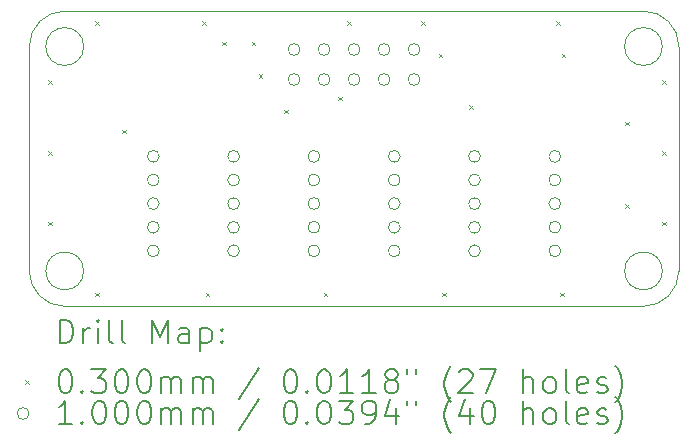
<source format=gbr>
%TF.GenerationSoftware,KiCad,Pcbnew,8.0.5*%
%TF.CreationDate,2025-06-04T17:28:25+09:00*%
%TF.ProjectId,e-con_hub,652d636f-6e5f-4687-9562-2e6b69636164,rev?*%
%TF.SameCoordinates,Original*%
%TF.FileFunction,Drillmap*%
%TF.FilePolarity,Positive*%
%FSLAX45Y45*%
G04 Gerber Fmt 4.5, Leading zero omitted, Abs format (unit mm)*
G04 Created by KiCad (PCBNEW 8.0.5) date 2025-06-04 17:28:25*
%MOMM*%
%LPD*%
G01*
G04 APERTURE LIST*
%ADD10C,0.050000*%
%ADD11C,0.200000*%
%ADD12C,0.100000*%
G04 APERTURE END LIST*
D10*
X18200000Y-10500000D02*
G75*
G02*
X17900000Y-10800000I-300000J0D01*
G01*
X17900000Y-8300000D02*
G75*
G02*
X18200000Y-8600000I0J-300000D01*
G01*
X12700000Y-8600000D02*
G75*
G02*
X13000000Y-8300000I300000J0D01*
G01*
X13000000Y-10800000D02*
G75*
G02*
X12700000Y-10500000I0J300000D01*
G01*
X17900000Y-10800000D02*
X13000000Y-10800000D01*
X18200000Y-8600000D02*
X18200000Y-10500000D01*
X13160000Y-8600000D02*
G75*
G02*
X12840000Y-8600000I-160000J0D01*
G01*
X12840000Y-8600000D02*
G75*
G02*
X13160000Y-8600000I160000J0D01*
G01*
X12700000Y-10500000D02*
X12700000Y-8600000D01*
X13000000Y-8300000D02*
X17900000Y-8300000D01*
X13160000Y-10500000D02*
G75*
G02*
X12840000Y-10500000I-160000J0D01*
G01*
X12840000Y-10500000D02*
G75*
G02*
X13160000Y-10500000I160000J0D01*
G01*
X18060000Y-8600000D02*
G75*
G02*
X17740000Y-8600000I-160000J0D01*
G01*
X17740000Y-8600000D02*
G75*
G02*
X18060000Y-8600000I160000J0D01*
G01*
X18060000Y-10500000D02*
G75*
G02*
X17740000Y-10500000I-160000J0D01*
G01*
X17740000Y-10500000D02*
G75*
G02*
X18060000Y-10500000I160000J0D01*
G01*
D11*
D12*
X12860000Y-8885000D02*
X12890000Y-8915000D01*
X12890000Y-8885000D02*
X12860000Y-8915000D01*
X12860000Y-9485000D02*
X12890000Y-9515000D01*
X12890000Y-9485000D02*
X12860000Y-9515000D01*
X12860000Y-10085000D02*
X12890000Y-10115000D01*
X12890000Y-10085000D02*
X12860000Y-10115000D01*
X13260000Y-8385000D02*
X13290000Y-8415000D01*
X13290000Y-8385000D02*
X13260000Y-8415000D01*
X13260000Y-10685000D02*
X13290000Y-10715000D01*
X13290000Y-10685000D02*
X13260000Y-10715000D01*
X13485000Y-9305000D02*
X13515000Y-9335000D01*
X13515000Y-9305000D02*
X13485000Y-9335000D01*
X14165000Y-8385000D02*
X14195000Y-8415000D01*
X14195000Y-8385000D02*
X14165000Y-8415000D01*
X14195000Y-10685000D02*
X14225000Y-10715000D01*
X14225000Y-10685000D02*
X14195000Y-10715000D01*
X14335000Y-8560000D02*
X14365000Y-8590000D01*
X14365000Y-8560000D02*
X14335000Y-8590000D01*
X14585000Y-8560000D02*
X14615000Y-8590000D01*
X14615000Y-8560000D02*
X14585000Y-8590000D01*
X14643000Y-8835000D02*
X14673000Y-8865000D01*
X14673000Y-8835000D02*
X14643000Y-8865000D01*
X14860000Y-9135000D02*
X14890000Y-9165000D01*
X14890000Y-9135000D02*
X14860000Y-9165000D01*
X15195000Y-10685000D02*
X15225000Y-10715000D01*
X15225000Y-10685000D02*
X15195000Y-10715000D01*
X15315000Y-9025000D02*
X15345000Y-9055000D01*
X15345000Y-9025000D02*
X15315000Y-9055000D01*
X15393000Y-8385000D02*
X15423000Y-8415000D01*
X15423000Y-8385000D02*
X15393000Y-8415000D01*
X16018000Y-8385000D02*
X16048000Y-8415000D01*
X16048000Y-8385000D02*
X16018000Y-8415000D01*
X16168000Y-8660000D02*
X16198000Y-8690000D01*
X16198000Y-8660000D02*
X16168000Y-8690000D01*
X16195000Y-10685000D02*
X16225000Y-10715000D01*
X16225000Y-10685000D02*
X16195000Y-10715000D01*
X16425000Y-9095000D02*
X16455000Y-9125000D01*
X16455000Y-9095000D02*
X16425000Y-9125000D01*
X17160000Y-8385000D02*
X17190000Y-8415000D01*
X17190000Y-8385000D02*
X17160000Y-8415000D01*
X17195000Y-10685000D02*
X17225000Y-10715000D01*
X17225000Y-10685000D02*
X17195000Y-10715000D01*
X17210000Y-8660000D02*
X17240000Y-8690000D01*
X17240000Y-8660000D02*
X17210000Y-8690000D01*
X17747132Y-9235000D02*
X17777132Y-9265000D01*
X17777132Y-9235000D02*
X17747132Y-9265000D01*
X17747132Y-9935000D02*
X17777132Y-9965000D01*
X17777132Y-9935000D02*
X17747132Y-9965000D01*
X18060000Y-8885000D02*
X18090000Y-8915000D01*
X18090000Y-8885000D02*
X18060000Y-8915000D01*
X18060000Y-9485000D02*
X18090000Y-9515000D01*
X18090000Y-9485000D02*
X18060000Y-9515000D01*
X18060000Y-10085000D02*
X18090000Y-10115000D01*
X18090000Y-10085000D02*
X18060000Y-10115000D01*
X13800000Y-9530000D02*
G75*
G02*
X13700000Y-9530000I-50000J0D01*
G01*
X13700000Y-9530000D02*
G75*
G02*
X13800000Y-9530000I50000J0D01*
G01*
X13800000Y-9730000D02*
G75*
G02*
X13700000Y-9730000I-50000J0D01*
G01*
X13700000Y-9730000D02*
G75*
G02*
X13800000Y-9730000I50000J0D01*
G01*
X13800000Y-9930000D02*
G75*
G02*
X13700000Y-9930000I-50000J0D01*
G01*
X13700000Y-9930000D02*
G75*
G02*
X13800000Y-9930000I50000J0D01*
G01*
X13800000Y-10130000D02*
G75*
G02*
X13700000Y-10130000I-50000J0D01*
G01*
X13700000Y-10130000D02*
G75*
G02*
X13800000Y-10130000I50000J0D01*
G01*
X13800000Y-10330000D02*
G75*
G02*
X13700000Y-10330000I-50000J0D01*
G01*
X13700000Y-10330000D02*
G75*
G02*
X13800000Y-10330000I50000J0D01*
G01*
X14480000Y-9530000D02*
G75*
G02*
X14380000Y-9530000I-50000J0D01*
G01*
X14380000Y-9530000D02*
G75*
G02*
X14480000Y-9530000I50000J0D01*
G01*
X14480000Y-9730000D02*
G75*
G02*
X14380000Y-9730000I-50000J0D01*
G01*
X14380000Y-9730000D02*
G75*
G02*
X14480000Y-9730000I50000J0D01*
G01*
X14480000Y-9930000D02*
G75*
G02*
X14380000Y-9930000I-50000J0D01*
G01*
X14380000Y-9930000D02*
G75*
G02*
X14480000Y-9930000I50000J0D01*
G01*
X14480000Y-10130000D02*
G75*
G02*
X14380000Y-10130000I-50000J0D01*
G01*
X14380000Y-10130000D02*
G75*
G02*
X14480000Y-10130000I50000J0D01*
G01*
X14480000Y-10330000D02*
G75*
G02*
X14380000Y-10330000I-50000J0D01*
G01*
X14380000Y-10330000D02*
G75*
G02*
X14480000Y-10330000I50000J0D01*
G01*
X14992000Y-8625000D02*
G75*
G02*
X14892000Y-8625000I-50000J0D01*
G01*
X14892000Y-8625000D02*
G75*
G02*
X14992000Y-8625000I50000J0D01*
G01*
X14992000Y-8879000D02*
G75*
G02*
X14892000Y-8879000I-50000J0D01*
G01*
X14892000Y-8879000D02*
G75*
G02*
X14992000Y-8879000I50000J0D01*
G01*
X15160000Y-9530000D02*
G75*
G02*
X15060000Y-9530000I-50000J0D01*
G01*
X15060000Y-9530000D02*
G75*
G02*
X15160000Y-9530000I50000J0D01*
G01*
X15160000Y-9730000D02*
G75*
G02*
X15060000Y-9730000I-50000J0D01*
G01*
X15060000Y-9730000D02*
G75*
G02*
X15160000Y-9730000I50000J0D01*
G01*
X15160000Y-9930000D02*
G75*
G02*
X15060000Y-9930000I-50000J0D01*
G01*
X15060000Y-9930000D02*
G75*
G02*
X15160000Y-9930000I50000J0D01*
G01*
X15160000Y-10130000D02*
G75*
G02*
X15060000Y-10130000I-50000J0D01*
G01*
X15060000Y-10130000D02*
G75*
G02*
X15160000Y-10130000I50000J0D01*
G01*
X15160000Y-10330000D02*
G75*
G02*
X15060000Y-10330000I-50000J0D01*
G01*
X15060000Y-10330000D02*
G75*
G02*
X15160000Y-10330000I50000J0D01*
G01*
X15246000Y-8625000D02*
G75*
G02*
X15146000Y-8625000I-50000J0D01*
G01*
X15146000Y-8625000D02*
G75*
G02*
X15246000Y-8625000I50000J0D01*
G01*
X15246000Y-8879000D02*
G75*
G02*
X15146000Y-8879000I-50000J0D01*
G01*
X15146000Y-8879000D02*
G75*
G02*
X15246000Y-8879000I50000J0D01*
G01*
X15500000Y-8625000D02*
G75*
G02*
X15400000Y-8625000I-50000J0D01*
G01*
X15400000Y-8625000D02*
G75*
G02*
X15500000Y-8625000I50000J0D01*
G01*
X15500000Y-8879000D02*
G75*
G02*
X15400000Y-8879000I-50000J0D01*
G01*
X15400000Y-8879000D02*
G75*
G02*
X15500000Y-8879000I50000J0D01*
G01*
X15754000Y-8625000D02*
G75*
G02*
X15654000Y-8625000I-50000J0D01*
G01*
X15654000Y-8625000D02*
G75*
G02*
X15754000Y-8625000I50000J0D01*
G01*
X15754000Y-8879000D02*
G75*
G02*
X15654000Y-8879000I-50000J0D01*
G01*
X15654000Y-8879000D02*
G75*
G02*
X15754000Y-8879000I50000J0D01*
G01*
X15840000Y-9530000D02*
G75*
G02*
X15740000Y-9530000I-50000J0D01*
G01*
X15740000Y-9530000D02*
G75*
G02*
X15840000Y-9530000I50000J0D01*
G01*
X15840000Y-9730000D02*
G75*
G02*
X15740000Y-9730000I-50000J0D01*
G01*
X15740000Y-9730000D02*
G75*
G02*
X15840000Y-9730000I50000J0D01*
G01*
X15840000Y-9930000D02*
G75*
G02*
X15740000Y-9930000I-50000J0D01*
G01*
X15740000Y-9930000D02*
G75*
G02*
X15840000Y-9930000I50000J0D01*
G01*
X15840000Y-10130000D02*
G75*
G02*
X15740000Y-10130000I-50000J0D01*
G01*
X15740000Y-10130000D02*
G75*
G02*
X15840000Y-10130000I50000J0D01*
G01*
X15840000Y-10330000D02*
G75*
G02*
X15740000Y-10330000I-50000J0D01*
G01*
X15740000Y-10330000D02*
G75*
G02*
X15840000Y-10330000I50000J0D01*
G01*
X16008000Y-8625000D02*
G75*
G02*
X15908000Y-8625000I-50000J0D01*
G01*
X15908000Y-8625000D02*
G75*
G02*
X16008000Y-8625000I50000J0D01*
G01*
X16008000Y-8879000D02*
G75*
G02*
X15908000Y-8879000I-50000J0D01*
G01*
X15908000Y-8879000D02*
G75*
G02*
X16008000Y-8879000I50000J0D01*
G01*
X16520000Y-9530000D02*
G75*
G02*
X16420000Y-9530000I-50000J0D01*
G01*
X16420000Y-9530000D02*
G75*
G02*
X16520000Y-9530000I50000J0D01*
G01*
X16520000Y-9730000D02*
G75*
G02*
X16420000Y-9730000I-50000J0D01*
G01*
X16420000Y-9730000D02*
G75*
G02*
X16520000Y-9730000I50000J0D01*
G01*
X16520000Y-9930000D02*
G75*
G02*
X16420000Y-9930000I-50000J0D01*
G01*
X16420000Y-9930000D02*
G75*
G02*
X16520000Y-9930000I50000J0D01*
G01*
X16520000Y-10130000D02*
G75*
G02*
X16420000Y-10130000I-50000J0D01*
G01*
X16420000Y-10130000D02*
G75*
G02*
X16520000Y-10130000I50000J0D01*
G01*
X16520000Y-10330000D02*
G75*
G02*
X16420000Y-10330000I-50000J0D01*
G01*
X16420000Y-10330000D02*
G75*
G02*
X16520000Y-10330000I50000J0D01*
G01*
X17200000Y-9530000D02*
G75*
G02*
X17100000Y-9530000I-50000J0D01*
G01*
X17100000Y-9530000D02*
G75*
G02*
X17200000Y-9530000I50000J0D01*
G01*
X17200000Y-9730000D02*
G75*
G02*
X17100000Y-9730000I-50000J0D01*
G01*
X17100000Y-9730000D02*
G75*
G02*
X17200000Y-9730000I50000J0D01*
G01*
X17200000Y-9930000D02*
G75*
G02*
X17100000Y-9930000I-50000J0D01*
G01*
X17100000Y-9930000D02*
G75*
G02*
X17200000Y-9930000I50000J0D01*
G01*
X17200000Y-10130000D02*
G75*
G02*
X17100000Y-10130000I-50000J0D01*
G01*
X17100000Y-10130000D02*
G75*
G02*
X17200000Y-10130000I50000J0D01*
G01*
X17200000Y-10330000D02*
G75*
G02*
X17100000Y-10330000I-50000J0D01*
G01*
X17100000Y-10330000D02*
G75*
G02*
X17200000Y-10330000I50000J0D01*
G01*
D11*
X12958277Y-11113984D02*
X12958277Y-10913984D01*
X12958277Y-10913984D02*
X13005896Y-10913984D01*
X13005896Y-10913984D02*
X13034467Y-10923508D01*
X13034467Y-10923508D02*
X13053515Y-10942555D01*
X13053515Y-10942555D02*
X13063039Y-10961603D01*
X13063039Y-10961603D02*
X13072562Y-10999698D01*
X13072562Y-10999698D02*
X13072562Y-11028270D01*
X13072562Y-11028270D02*
X13063039Y-11066365D01*
X13063039Y-11066365D02*
X13053515Y-11085412D01*
X13053515Y-11085412D02*
X13034467Y-11104460D01*
X13034467Y-11104460D02*
X13005896Y-11113984D01*
X13005896Y-11113984D02*
X12958277Y-11113984D01*
X13158277Y-11113984D02*
X13158277Y-10980650D01*
X13158277Y-11018746D02*
X13167801Y-10999698D01*
X13167801Y-10999698D02*
X13177324Y-10990174D01*
X13177324Y-10990174D02*
X13196372Y-10980650D01*
X13196372Y-10980650D02*
X13215420Y-10980650D01*
X13282086Y-11113984D02*
X13282086Y-10980650D01*
X13282086Y-10913984D02*
X13272562Y-10923508D01*
X13272562Y-10923508D02*
X13282086Y-10933031D01*
X13282086Y-10933031D02*
X13291610Y-10923508D01*
X13291610Y-10923508D02*
X13282086Y-10913984D01*
X13282086Y-10913984D02*
X13282086Y-10933031D01*
X13405896Y-11113984D02*
X13386848Y-11104460D01*
X13386848Y-11104460D02*
X13377324Y-11085412D01*
X13377324Y-11085412D02*
X13377324Y-10913984D01*
X13510658Y-11113984D02*
X13491610Y-11104460D01*
X13491610Y-11104460D02*
X13482086Y-11085412D01*
X13482086Y-11085412D02*
X13482086Y-10913984D01*
X13739229Y-11113984D02*
X13739229Y-10913984D01*
X13739229Y-10913984D02*
X13805896Y-11056841D01*
X13805896Y-11056841D02*
X13872562Y-10913984D01*
X13872562Y-10913984D02*
X13872562Y-11113984D01*
X14053515Y-11113984D02*
X14053515Y-11009222D01*
X14053515Y-11009222D02*
X14043991Y-10990174D01*
X14043991Y-10990174D02*
X14024943Y-10980650D01*
X14024943Y-10980650D02*
X13986848Y-10980650D01*
X13986848Y-10980650D02*
X13967801Y-10990174D01*
X14053515Y-11104460D02*
X14034467Y-11113984D01*
X14034467Y-11113984D02*
X13986848Y-11113984D01*
X13986848Y-11113984D02*
X13967801Y-11104460D01*
X13967801Y-11104460D02*
X13958277Y-11085412D01*
X13958277Y-11085412D02*
X13958277Y-11066365D01*
X13958277Y-11066365D02*
X13967801Y-11047317D01*
X13967801Y-11047317D02*
X13986848Y-11037793D01*
X13986848Y-11037793D02*
X14034467Y-11037793D01*
X14034467Y-11037793D02*
X14053515Y-11028270D01*
X14148753Y-10980650D02*
X14148753Y-11180650D01*
X14148753Y-10990174D02*
X14167801Y-10980650D01*
X14167801Y-10980650D02*
X14205896Y-10980650D01*
X14205896Y-10980650D02*
X14224943Y-10990174D01*
X14224943Y-10990174D02*
X14234467Y-10999698D01*
X14234467Y-10999698D02*
X14243991Y-11018746D01*
X14243991Y-11018746D02*
X14243991Y-11075889D01*
X14243991Y-11075889D02*
X14234467Y-11094936D01*
X14234467Y-11094936D02*
X14224943Y-11104460D01*
X14224943Y-11104460D02*
X14205896Y-11113984D01*
X14205896Y-11113984D02*
X14167801Y-11113984D01*
X14167801Y-11113984D02*
X14148753Y-11104460D01*
X14329705Y-11094936D02*
X14339229Y-11104460D01*
X14339229Y-11104460D02*
X14329705Y-11113984D01*
X14329705Y-11113984D02*
X14320182Y-11104460D01*
X14320182Y-11104460D02*
X14329705Y-11094936D01*
X14329705Y-11094936D02*
X14329705Y-11113984D01*
X14329705Y-10990174D02*
X14339229Y-10999698D01*
X14339229Y-10999698D02*
X14329705Y-11009222D01*
X14329705Y-11009222D02*
X14320182Y-10999698D01*
X14320182Y-10999698D02*
X14329705Y-10990174D01*
X14329705Y-10990174D02*
X14329705Y-11009222D01*
D12*
X12667500Y-11427500D02*
X12697500Y-11457500D01*
X12697500Y-11427500D02*
X12667500Y-11457500D01*
D11*
X12996372Y-11333984D02*
X13015420Y-11333984D01*
X13015420Y-11333984D02*
X13034467Y-11343508D01*
X13034467Y-11343508D02*
X13043991Y-11353031D01*
X13043991Y-11353031D02*
X13053515Y-11372079D01*
X13053515Y-11372079D02*
X13063039Y-11410174D01*
X13063039Y-11410174D02*
X13063039Y-11457793D01*
X13063039Y-11457793D02*
X13053515Y-11495888D01*
X13053515Y-11495888D02*
X13043991Y-11514936D01*
X13043991Y-11514936D02*
X13034467Y-11524460D01*
X13034467Y-11524460D02*
X13015420Y-11533984D01*
X13015420Y-11533984D02*
X12996372Y-11533984D01*
X12996372Y-11533984D02*
X12977324Y-11524460D01*
X12977324Y-11524460D02*
X12967801Y-11514936D01*
X12967801Y-11514936D02*
X12958277Y-11495888D01*
X12958277Y-11495888D02*
X12948753Y-11457793D01*
X12948753Y-11457793D02*
X12948753Y-11410174D01*
X12948753Y-11410174D02*
X12958277Y-11372079D01*
X12958277Y-11372079D02*
X12967801Y-11353031D01*
X12967801Y-11353031D02*
X12977324Y-11343508D01*
X12977324Y-11343508D02*
X12996372Y-11333984D01*
X13148753Y-11514936D02*
X13158277Y-11524460D01*
X13158277Y-11524460D02*
X13148753Y-11533984D01*
X13148753Y-11533984D02*
X13139229Y-11524460D01*
X13139229Y-11524460D02*
X13148753Y-11514936D01*
X13148753Y-11514936D02*
X13148753Y-11533984D01*
X13224943Y-11333984D02*
X13348753Y-11333984D01*
X13348753Y-11333984D02*
X13282086Y-11410174D01*
X13282086Y-11410174D02*
X13310658Y-11410174D01*
X13310658Y-11410174D02*
X13329705Y-11419698D01*
X13329705Y-11419698D02*
X13339229Y-11429222D01*
X13339229Y-11429222D02*
X13348753Y-11448269D01*
X13348753Y-11448269D02*
X13348753Y-11495888D01*
X13348753Y-11495888D02*
X13339229Y-11514936D01*
X13339229Y-11514936D02*
X13329705Y-11524460D01*
X13329705Y-11524460D02*
X13310658Y-11533984D01*
X13310658Y-11533984D02*
X13253515Y-11533984D01*
X13253515Y-11533984D02*
X13234467Y-11524460D01*
X13234467Y-11524460D02*
X13224943Y-11514936D01*
X13472562Y-11333984D02*
X13491610Y-11333984D01*
X13491610Y-11333984D02*
X13510658Y-11343508D01*
X13510658Y-11343508D02*
X13520182Y-11353031D01*
X13520182Y-11353031D02*
X13529705Y-11372079D01*
X13529705Y-11372079D02*
X13539229Y-11410174D01*
X13539229Y-11410174D02*
X13539229Y-11457793D01*
X13539229Y-11457793D02*
X13529705Y-11495888D01*
X13529705Y-11495888D02*
X13520182Y-11514936D01*
X13520182Y-11514936D02*
X13510658Y-11524460D01*
X13510658Y-11524460D02*
X13491610Y-11533984D01*
X13491610Y-11533984D02*
X13472562Y-11533984D01*
X13472562Y-11533984D02*
X13453515Y-11524460D01*
X13453515Y-11524460D02*
X13443991Y-11514936D01*
X13443991Y-11514936D02*
X13434467Y-11495888D01*
X13434467Y-11495888D02*
X13424943Y-11457793D01*
X13424943Y-11457793D02*
X13424943Y-11410174D01*
X13424943Y-11410174D02*
X13434467Y-11372079D01*
X13434467Y-11372079D02*
X13443991Y-11353031D01*
X13443991Y-11353031D02*
X13453515Y-11343508D01*
X13453515Y-11343508D02*
X13472562Y-11333984D01*
X13663039Y-11333984D02*
X13682086Y-11333984D01*
X13682086Y-11333984D02*
X13701134Y-11343508D01*
X13701134Y-11343508D02*
X13710658Y-11353031D01*
X13710658Y-11353031D02*
X13720182Y-11372079D01*
X13720182Y-11372079D02*
X13729705Y-11410174D01*
X13729705Y-11410174D02*
X13729705Y-11457793D01*
X13729705Y-11457793D02*
X13720182Y-11495888D01*
X13720182Y-11495888D02*
X13710658Y-11514936D01*
X13710658Y-11514936D02*
X13701134Y-11524460D01*
X13701134Y-11524460D02*
X13682086Y-11533984D01*
X13682086Y-11533984D02*
X13663039Y-11533984D01*
X13663039Y-11533984D02*
X13643991Y-11524460D01*
X13643991Y-11524460D02*
X13634467Y-11514936D01*
X13634467Y-11514936D02*
X13624943Y-11495888D01*
X13624943Y-11495888D02*
X13615420Y-11457793D01*
X13615420Y-11457793D02*
X13615420Y-11410174D01*
X13615420Y-11410174D02*
X13624943Y-11372079D01*
X13624943Y-11372079D02*
X13634467Y-11353031D01*
X13634467Y-11353031D02*
X13643991Y-11343508D01*
X13643991Y-11343508D02*
X13663039Y-11333984D01*
X13815420Y-11533984D02*
X13815420Y-11400650D01*
X13815420Y-11419698D02*
X13824943Y-11410174D01*
X13824943Y-11410174D02*
X13843991Y-11400650D01*
X13843991Y-11400650D02*
X13872563Y-11400650D01*
X13872563Y-11400650D02*
X13891610Y-11410174D01*
X13891610Y-11410174D02*
X13901134Y-11429222D01*
X13901134Y-11429222D02*
X13901134Y-11533984D01*
X13901134Y-11429222D02*
X13910658Y-11410174D01*
X13910658Y-11410174D02*
X13929705Y-11400650D01*
X13929705Y-11400650D02*
X13958277Y-11400650D01*
X13958277Y-11400650D02*
X13977324Y-11410174D01*
X13977324Y-11410174D02*
X13986848Y-11429222D01*
X13986848Y-11429222D02*
X13986848Y-11533984D01*
X14082086Y-11533984D02*
X14082086Y-11400650D01*
X14082086Y-11419698D02*
X14091610Y-11410174D01*
X14091610Y-11410174D02*
X14110658Y-11400650D01*
X14110658Y-11400650D02*
X14139229Y-11400650D01*
X14139229Y-11400650D02*
X14158277Y-11410174D01*
X14158277Y-11410174D02*
X14167801Y-11429222D01*
X14167801Y-11429222D02*
X14167801Y-11533984D01*
X14167801Y-11429222D02*
X14177324Y-11410174D01*
X14177324Y-11410174D02*
X14196372Y-11400650D01*
X14196372Y-11400650D02*
X14224943Y-11400650D01*
X14224943Y-11400650D02*
X14243991Y-11410174D01*
X14243991Y-11410174D02*
X14253515Y-11429222D01*
X14253515Y-11429222D02*
X14253515Y-11533984D01*
X14643991Y-11324460D02*
X14472563Y-11581603D01*
X14901134Y-11333984D02*
X14920182Y-11333984D01*
X14920182Y-11333984D02*
X14939229Y-11343508D01*
X14939229Y-11343508D02*
X14948753Y-11353031D01*
X14948753Y-11353031D02*
X14958277Y-11372079D01*
X14958277Y-11372079D02*
X14967801Y-11410174D01*
X14967801Y-11410174D02*
X14967801Y-11457793D01*
X14967801Y-11457793D02*
X14958277Y-11495888D01*
X14958277Y-11495888D02*
X14948753Y-11514936D01*
X14948753Y-11514936D02*
X14939229Y-11524460D01*
X14939229Y-11524460D02*
X14920182Y-11533984D01*
X14920182Y-11533984D02*
X14901134Y-11533984D01*
X14901134Y-11533984D02*
X14882086Y-11524460D01*
X14882086Y-11524460D02*
X14872563Y-11514936D01*
X14872563Y-11514936D02*
X14863039Y-11495888D01*
X14863039Y-11495888D02*
X14853515Y-11457793D01*
X14853515Y-11457793D02*
X14853515Y-11410174D01*
X14853515Y-11410174D02*
X14863039Y-11372079D01*
X14863039Y-11372079D02*
X14872563Y-11353031D01*
X14872563Y-11353031D02*
X14882086Y-11343508D01*
X14882086Y-11343508D02*
X14901134Y-11333984D01*
X15053515Y-11514936D02*
X15063039Y-11524460D01*
X15063039Y-11524460D02*
X15053515Y-11533984D01*
X15053515Y-11533984D02*
X15043991Y-11524460D01*
X15043991Y-11524460D02*
X15053515Y-11514936D01*
X15053515Y-11514936D02*
X15053515Y-11533984D01*
X15186848Y-11333984D02*
X15205896Y-11333984D01*
X15205896Y-11333984D02*
X15224944Y-11343508D01*
X15224944Y-11343508D02*
X15234467Y-11353031D01*
X15234467Y-11353031D02*
X15243991Y-11372079D01*
X15243991Y-11372079D02*
X15253515Y-11410174D01*
X15253515Y-11410174D02*
X15253515Y-11457793D01*
X15253515Y-11457793D02*
X15243991Y-11495888D01*
X15243991Y-11495888D02*
X15234467Y-11514936D01*
X15234467Y-11514936D02*
X15224944Y-11524460D01*
X15224944Y-11524460D02*
X15205896Y-11533984D01*
X15205896Y-11533984D02*
X15186848Y-11533984D01*
X15186848Y-11533984D02*
X15167801Y-11524460D01*
X15167801Y-11524460D02*
X15158277Y-11514936D01*
X15158277Y-11514936D02*
X15148753Y-11495888D01*
X15148753Y-11495888D02*
X15139229Y-11457793D01*
X15139229Y-11457793D02*
X15139229Y-11410174D01*
X15139229Y-11410174D02*
X15148753Y-11372079D01*
X15148753Y-11372079D02*
X15158277Y-11353031D01*
X15158277Y-11353031D02*
X15167801Y-11343508D01*
X15167801Y-11343508D02*
X15186848Y-11333984D01*
X15443991Y-11533984D02*
X15329706Y-11533984D01*
X15386848Y-11533984D02*
X15386848Y-11333984D01*
X15386848Y-11333984D02*
X15367801Y-11362555D01*
X15367801Y-11362555D02*
X15348753Y-11381603D01*
X15348753Y-11381603D02*
X15329706Y-11391127D01*
X15634467Y-11533984D02*
X15520182Y-11533984D01*
X15577325Y-11533984D02*
X15577325Y-11333984D01*
X15577325Y-11333984D02*
X15558277Y-11362555D01*
X15558277Y-11362555D02*
X15539229Y-11381603D01*
X15539229Y-11381603D02*
X15520182Y-11391127D01*
X15748753Y-11419698D02*
X15729706Y-11410174D01*
X15729706Y-11410174D02*
X15720182Y-11400650D01*
X15720182Y-11400650D02*
X15710658Y-11381603D01*
X15710658Y-11381603D02*
X15710658Y-11372079D01*
X15710658Y-11372079D02*
X15720182Y-11353031D01*
X15720182Y-11353031D02*
X15729706Y-11343508D01*
X15729706Y-11343508D02*
X15748753Y-11333984D01*
X15748753Y-11333984D02*
X15786848Y-11333984D01*
X15786848Y-11333984D02*
X15805896Y-11343508D01*
X15805896Y-11343508D02*
X15815420Y-11353031D01*
X15815420Y-11353031D02*
X15824944Y-11372079D01*
X15824944Y-11372079D02*
X15824944Y-11381603D01*
X15824944Y-11381603D02*
X15815420Y-11400650D01*
X15815420Y-11400650D02*
X15805896Y-11410174D01*
X15805896Y-11410174D02*
X15786848Y-11419698D01*
X15786848Y-11419698D02*
X15748753Y-11419698D01*
X15748753Y-11419698D02*
X15729706Y-11429222D01*
X15729706Y-11429222D02*
X15720182Y-11438746D01*
X15720182Y-11438746D02*
X15710658Y-11457793D01*
X15710658Y-11457793D02*
X15710658Y-11495888D01*
X15710658Y-11495888D02*
X15720182Y-11514936D01*
X15720182Y-11514936D02*
X15729706Y-11524460D01*
X15729706Y-11524460D02*
X15748753Y-11533984D01*
X15748753Y-11533984D02*
X15786848Y-11533984D01*
X15786848Y-11533984D02*
X15805896Y-11524460D01*
X15805896Y-11524460D02*
X15815420Y-11514936D01*
X15815420Y-11514936D02*
X15824944Y-11495888D01*
X15824944Y-11495888D02*
X15824944Y-11457793D01*
X15824944Y-11457793D02*
X15815420Y-11438746D01*
X15815420Y-11438746D02*
X15805896Y-11429222D01*
X15805896Y-11429222D02*
X15786848Y-11419698D01*
X15901134Y-11333984D02*
X15901134Y-11372079D01*
X15977325Y-11333984D02*
X15977325Y-11372079D01*
X16272563Y-11610174D02*
X16263039Y-11600650D01*
X16263039Y-11600650D02*
X16243991Y-11572079D01*
X16243991Y-11572079D02*
X16234468Y-11553031D01*
X16234468Y-11553031D02*
X16224944Y-11524460D01*
X16224944Y-11524460D02*
X16215420Y-11476841D01*
X16215420Y-11476841D02*
X16215420Y-11438746D01*
X16215420Y-11438746D02*
X16224944Y-11391127D01*
X16224944Y-11391127D02*
X16234468Y-11362555D01*
X16234468Y-11362555D02*
X16243991Y-11343508D01*
X16243991Y-11343508D02*
X16263039Y-11314936D01*
X16263039Y-11314936D02*
X16272563Y-11305412D01*
X16339229Y-11353031D02*
X16348753Y-11343508D01*
X16348753Y-11343508D02*
X16367801Y-11333984D01*
X16367801Y-11333984D02*
X16415420Y-11333984D01*
X16415420Y-11333984D02*
X16434468Y-11343508D01*
X16434468Y-11343508D02*
X16443991Y-11353031D01*
X16443991Y-11353031D02*
X16453515Y-11372079D01*
X16453515Y-11372079D02*
X16453515Y-11391127D01*
X16453515Y-11391127D02*
X16443991Y-11419698D01*
X16443991Y-11419698D02*
X16329706Y-11533984D01*
X16329706Y-11533984D02*
X16453515Y-11533984D01*
X16520182Y-11333984D02*
X16653515Y-11333984D01*
X16653515Y-11333984D02*
X16567801Y-11533984D01*
X16882087Y-11533984D02*
X16882087Y-11333984D01*
X16967801Y-11533984D02*
X16967801Y-11429222D01*
X16967801Y-11429222D02*
X16958277Y-11410174D01*
X16958277Y-11410174D02*
X16939230Y-11400650D01*
X16939230Y-11400650D02*
X16910658Y-11400650D01*
X16910658Y-11400650D02*
X16891611Y-11410174D01*
X16891611Y-11410174D02*
X16882087Y-11419698D01*
X17091611Y-11533984D02*
X17072563Y-11524460D01*
X17072563Y-11524460D02*
X17063039Y-11514936D01*
X17063039Y-11514936D02*
X17053515Y-11495888D01*
X17053515Y-11495888D02*
X17053515Y-11438746D01*
X17053515Y-11438746D02*
X17063039Y-11419698D01*
X17063039Y-11419698D02*
X17072563Y-11410174D01*
X17072563Y-11410174D02*
X17091611Y-11400650D01*
X17091611Y-11400650D02*
X17120182Y-11400650D01*
X17120182Y-11400650D02*
X17139230Y-11410174D01*
X17139230Y-11410174D02*
X17148753Y-11419698D01*
X17148753Y-11419698D02*
X17158277Y-11438746D01*
X17158277Y-11438746D02*
X17158277Y-11495888D01*
X17158277Y-11495888D02*
X17148753Y-11514936D01*
X17148753Y-11514936D02*
X17139230Y-11524460D01*
X17139230Y-11524460D02*
X17120182Y-11533984D01*
X17120182Y-11533984D02*
X17091611Y-11533984D01*
X17272563Y-11533984D02*
X17253515Y-11524460D01*
X17253515Y-11524460D02*
X17243992Y-11505412D01*
X17243992Y-11505412D02*
X17243992Y-11333984D01*
X17424944Y-11524460D02*
X17405896Y-11533984D01*
X17405896Y-11533984D02*
X17367801Y-11533984D01*
X17367801Y-11533984D02*
X17348753Y-11524460D01*
X17348753Y-11524460D02*
X17339230Y-11505412D01*
X17339230Y-11505412D02*
X17339230Y-11429222D01*
X17339230Y-11429222D02*
X17348753Y-11410174D01*
X17348753Y-11410174D02*
X17367801Y-11400650D01*
X17367801Y-11400650D02*
X17405896Y-11400650D01*
X17405896Y-11400650D02*
X17424944Y-11410174D01*
X17424944Y-11410174D02*
X17434468Y-11429222D01*
X17434468Y-11429222D02*
X17434468Y-11448269D01*
X17434468Y-11448269D02*
X17339230Y-11467317D01*
X17510658Y-11524460D02*
X17529706Y-11533984D01*
X17529706Y-11533984D02*
X17567801Y-11533984D01*
X17567801Y-11533984D02*
X17586849Y-11524460D01*
X17586849Y-11524460D02*
X17596373Y-11505412D01*
X17596373Y-11505412D02*
X17596373Y-11495888D01*
X17596373Y-11495888D02*
X17586849Y-11476841D01*
X17586849Y-11476841D02*
X17567801Y-11467317D01*
X17567801Y-11467317D02*
X17539230Y-11467317D01*
X17539230Y-11467317D02*
X17520182Y-11457793D01*
X17520182Y-11457793D02*
X17510658Y-11438746D01*
X17510658Y-11438746D02*
X17510658Y-11429222D01*
X17510658Y-11429222D02*
X17520182Y-11410174D01*
X17520182Y-11410174D02*
X17539230Y-11400650D01*
X17539230Y-11400650D02*
X17567801Y-11400650D01*
X17567801Y-11400650D02*
X17586849Y-11410174D01*
X17663039Y-11610174D02*
X17672563Y-11600650D01*
X17672563Y-11600650D02*
X17691611Y-11572079D01*
X17691611Y-11572079D02*
X17701134Y-11553031D01*
X17701134Y-11553031D02*
X17710658Y-11524460D01*
X17710658Y-11524460D02*
X17720182Y-11476841D01*
X17720182Y-11476841D02*
X17720182Y-11438746D01*
X17720182Y-11438746D02*
X17710658Y-11391127D01*
X17710658Y-11391127D02*
X17701134Y-11362555D01*
X17701134Y-11362555D02*
X17691611Y-11343508D01*
X17691611Y-11343508D02*
X17672563Y-11314936D01*
X17672563Y-11314936D02*
X17663039Y-11305412D01*
D12*
X12697500Y-11706500D02*
G75*
G02*
X12597500Y-11706500I-50000J0D01*
G01*
X12597500Y-11706500D02*
G75*
G02*
X12697500Y-11706500I50000J0D01*
G01*
D11*
X13063039Y-11797984D02*
X12948753Y-11797984D01*
X13005896Y-11797984D02*
X13005896Y-11597984D01*
X13005896Y-11597984D02*
X12986848Y-11626555D01*
X12986848Y-11626555D02*
X12967801Y-11645603D01*
X12967801Y-11645603D02*
X12948753Y-11655127D01*
X13148753Y-11778936D02*
X13158277Y-11788460D01*
X13158277Y-11788460D02*
X13148753Y-11797984D01*
X13148753Y-11797984D02*
X13139229Y-11788460D01*
X13139229Y-11788460D02*
X13148753Y-11778936D01*
X13148753Y-11778936D02*
X13148753Y-11797984D01*
X13282086Y-11597984D02*
X13301134Y-11597984D01*
X13301134Y-11597984D02*
X13320182Y-11607508D01*
X13320182Y-11607508D02*
X13329705Y-11617031D01*
X13329705Y-11617031D02*
X13339229Y-11636079D01*
X13339229Y-11636079D02*
X13348753Y-11674174D01*
X13348753Y-11674174D02*
X13348753Y-11721793D01*
X13348753Y-11721793D02*
X13339229Y-11759888D01*
X13339229Y-11759888D02*
X13329705Y-11778936D01*
X13329705Y-11778936D02*
X13320182Y-11788460D01*
X13320182Y-11788460D02*
X13301134Y-11797984D01*
X13301134Y-11797984D02*
X13282086Y-11797984D01*
X13282086Y-11797984D02*
X13263039Y-11788460D01*
X13263039Y-11788460D02*
X13253515Y-11778936D01*
X13253515Y-11778936D02*
X13243991Y-11759888D01*
X13243991Y-11759888D02*
X13234467Y-11721793D01*
X13234467Y-11721793D02*
X13234467Y-11674174D01*
X13234467Y-11674174D02*
X13243991Y-11636079D01*
X13243991Y-11636079D02*
X13253515Y-11617031D01*
X13253515Y-11617031D02*
X13263039Y-11607508D01*
X13263039Y-11607508D02*
X13282086Y-11597984D01*
X13472562Y-11597984D02*
X13491610Y-11597984D01*
X13491610Y-11597984D02*
X13510658Y-11607508D01*
X13510658Y-11607508D02*
X13520182Y-11617031D01*
X13520182Y-11617031D02*
X13529705Y-11636079D01*
X13529705Y-11636079D02*
X13539229Y-11674174D01*
X13539229Y-11674174D02*
X13539229Y-11721793D01*
X13539229Y-11721793D02*
X13529705Y-11759888D01*
X13529705Y-11759888D02*
X13520182Y-11778936D01*
X13520182Y-11778936D02*
X13510658Y-11788460D01*
X13510658Y-11788460D02*
X13491610Y-11797984D01*
X13491610Y-11797984D02*
X13472562Y-11797984D01*
X13472562Y-11797984D02*
X13453515Y-11788460D01*
X13453515Y-11788460D02*
X13443991Y-11778936D01*
X13443991Y-11778936D02*
X13434467Y-11759888D01*
X13434467Y-11759888D02*
X13424943Y-11721793D01*
X13424943Y-11721793D02*
X13424943Y-11674174D01*
X13424943Y-11674174D02*
X13434467Y-11636079D01*
X13434467Y-11636079D02*
X13443991Y-11617031D01*
X13443991Y-11617031D02*
X13453515Y-11607508D01*
X13453515Y-11607508D02*
X13472562Y-11597984D01*
X13663039Y-11597984D02*
X13682086Y-11597984D01*
X13682086Y-11597984D02*
X13701134Y-11607508D01*
X13701134Y-11607508D02*
X13710658Y-11617031D01*
X13710658Y-11617031D02*
X13720182Y-11636079D01*
X13720182Y-11636079D02*
X13729705Y-11674174D01*
X13729705Y-11674174D02*
X13729705Y-11721793D01*
X13729705Y-11721793D02*
X13720182Y-11759888D01*
X13720182Y-11759888D02*
X13710658Y-11778936D01*
X13710658Y-11778936D02*
X13701134Y-11788460D01*
X13701134Y-11788460D02*
X13682086Y-11797984D01*
X13682086Y-11797984D02*
X13663039Y-11797984D01*
X13663039Y-11797984D02*
X13643991Y-11788460D01*
X13643991Y-11788460D02*
X13634467Y-11778936D01*
X13634467Y-11778936D02*
X13624943Y-11759888D01*
X13624943Y-11759888D02*
X13615420Y-11721793D01*
X13615420Y-11721793D02*
X13615420Y-11674174D01*
X13615420Y-11674174D02*
X13624943Y-11636079D01*
X13624943Y-11636079D02*
X13634467Y-11617031D01*
X13634467Y-11617031D02*
X13643991Y-11607508D01*
X13643991Y-11607508D02*
X13663039Y-11597984D01*
X13815420Y-11797984D02*
X13815420Y-11664650D01*
X13815420Y-11683698D02*
X13824943Y-11674174D01*
X13824943Y-11674174D02*
X13843991Y-11664650D01*
X13843991Y-11664650D02*
X13872563Y-11664650D01*
X13872563Y-11664650D02*
X13891610Y-11674174D01*
X13891610Y-11674174D02*
X13901134Y-11693222D01*
X13901134Y-11693222D02*
X13901134Y-11797984D01*
X13901134Y-11693222D02*
X13910658Y-11674174D01*
X13910658Y-11674174D02*
X13929705Y-11664650D01*
X13929705Y-11664650D02*
X13958277Y-11664650D01*
X13958277Y-11664650D02*
X13977324Y-11674174D01*
X13977324Y-11674174D02*
X13986848Y-11693222D01*
X13986848Y-11693222D02*
X13986848Y-11797984D01*
X14082086Y-11797984D02*
X14082086Y-11664650D01*
X14082086Y-11683698D02*
X14091610Y-11674174D01*
X14091610Y-11674174D02*
X14110658Y-11664650D01*
X14110658Y-11664650D02*
X14139229Y-11664650D01*
X14139229Y-11664650D02*
X14158277Y-11674174D01*
X14158277Y-11674174D02*
X14167801Y-11693222D01*
X14167801Y-11693222D02*
X14167801Y-11797984D01*
X14167801Y-11693222D02*
X14177324Y-11674174D01*
X14177324Y-11674174D02*
X14196372Y-11664650D01*
X14196372Y-11664650D02*
X14224943Y-11664650D01*
X14224943Y-11664650D02*
X14243991Y-11674174D01*
X14243991Y-11674174D02*
X14253515Y-11693222D01*
X14253515Y-11693222D02*
X14253515Y-11797984D01*
X14643991Y-11588460D02*
X14472563Y-11845603D01*
X14901134Y-11597984D02*
X14920182Y-11597984D01*
X14920182Y-11597984D02*
X14939229Y-11607508D01*
X14939229Y-11607508D02*
X14948753Y-11617031D01*
X14948753Y-11617031D02*
X14958277Y-11636079D01*
X14958277Y-11636079D02*
X14967801Y-11674174D01*
X14967801Y-11674174D02*
X14967801Y-11721793D01*
X14967801Y-11721793D02*
X14958277Y-11759888D01*
X14958277Y-11759888D02*
X14948753Y-11778936D01*
X14948753Y-11778936D02*
X14939229Y-11788460D01*
X14939229Y-11788460D02*
X14920182Y-11797984D01*
X14920182Y-11797984D02*
X14901134Y-11797984D01*
X14901134Y-11797984D02*
X14882086Y-11788460D01*
X14882086Y-11788460D02*
X14872563Y-11778936D01*
X14872563Y-11778936D02*
X14863039Y-11759888D01*
X14863039Y-11759888D02*
X14853515Y-11721793D01*
X14853515Y-11721793D02*
X14853515Y-11674174D01*
X14853515Y-11674174D02*
X14863039Y-11636079D01*
X14863039Y-11636079D02*
X14872563Y-11617031D01*
X14872563Y-11617031D02*
X14882086Y-11607508D01*
X14882086Y-11607508D02*
X14901134Y-11597984D01*
X15053515Y-11778936D02*
X15063039Y-11788460D01*
X15063039Y-11788460D02*
X15053515Y-11797984D01*
X15053515Y-11797984D02*
X15043991Y-11788460D01*
X15043991Y-11788460D02*
X15053515Y-11778936D01*
X15053515Y-11778936D02*
X15053515Y-11797984D01*
X15186848Y-11597984D02*
X15205896Y-11597984D01*
X15205896Y-11597984D02*
X15224944Y-11607508D01*
X15224944Y-11607508D02*
X15234467Y-11617031D01*
X15234467Y-11617031D02*
X15243991Y-11636079D01*
X15243991Y-11636079D02*
X15253515Y-11674174D01*
X15253515Y-11674174D02*
X15253515Y-11721793D01*
X15253515Y-11721793D02*
X15243991Y-11759888D01*
X15243991Y-11759888D02*
X15234467Y-11778936D01*
X15234467Y-11778936D02*
X15224944Y-11788460D01*
X15224944Y-11788460D02*
X15205896Y-11797984D01*
X15205896Y-11797984D02*
X15186848Y-11797984D01*
X15186848Y-11797984D02*
X15167801Y-11788460D01*
X15167801Y-11788460D02*
X15158277Y-11778936D01*
X15158277Y-11778936D02*
X15148753Y-11759888D01*
X15148753Y-11759888D02*
X15139229Y-11721793D01*
X15139229Y-11721793D02*
X15139229Y-11674174D01*
X15139229Y-11674174D02*
X15148753Y-11636079D01*
X15148753Y-11636079D02*
X15158277Y-11617031D01*
X15158277Y-11617031D02*
X15167801Y-11607508D01*
X15167801Y-11607508D02*
X15186848Y-11597984D01*
X15320182Y-11597984D02*
X15443991Y-11597984D01*
X15443991Y-11597984D02*
X15377325Y-11674174D01*
X15377325Y-11674174D02*
X15405896Y-11674174D01*
X15405896Y-11674174D02*
X15424944Y-11683698D01*
X15424944Y-11683698D02*
X15434467Y-11693222D01*
X15434467Y-11693222D02*
X15443991Y-11712269D01*
X15443991Y-11712269D02*
X15443991Y-11759888D01*
X15443991Y-11759888D02*
X15434467Y-11778936D01*
X15434467Y-11778936D02*
X15424944Y-11788460D01*
X15424944Y-11788460D02*
X15405896Y-11797984D01*
X15405896Y-11797984D02*
X15348753Y-11797984D01*
X15348753Y-11797984D02*
X15329706Y-11788460D01*
X15329706Y-11788460D02*
X15320182Y-11778936D01*
X15539229Y-11797984D02*
X15577325Y-11797984D01*
X15577325Y-11797984D02*
X15596372Y-11788460D01*
X15596372Y-11788460D02*
X15605896Y-11778936D01*
X15605896Y-11778936D02*
X15624944Y-11750365D01*
X15624944Y-11750365D02*
X15634467Y-11712269D01*
X15634467Y-11712269D02*
X15634467Y-11636079D01*
X15634467Y-11636079D02*
X15624944Y-11617031D01*
X15624944Y-11617031D02*
X15615420Y-11607508D01*
X15615420Y-11607508D02*
X15596372Y-11597984D01*
X15596372Y-11597984D02*
X15558277Y-11597984D01*
X15558277Y-11597984D02*
X15539229Y-11607508D01*
X15539229Y-11607508D02*
X15529706Y-11617031D01*
X15529706Y-11617031D02*
X15520182Y-11636079D01*
X15520182Y-11636079D02*
X15520182Y-11683698D01*
X15520182Y-11683698D02*
X15529706Y-11702746D01*
X15529706Y-11702746D02*
X15539229Y-11712269D01*
X15539229Y-11712269D02*
X15558277Y-11721793D01*
X15558277Y-11721793D02*
X15596372Y-11721793D01*
X15596372Y-11721793D02*
X15615420Y-11712269D01*
X15615420Y-11712269D02*
X15624944Y-11702746D01*
X15624944Y-11702746D02*
X15634467Y-11683698D01*
X15805896Y-11664650D02*
X15805896Y-11797984D01*
X15758277Y-11588460D02*
X15710658Y-11731317D01*
X15710658Y-11731317D02*
X15834467Y-11731317D01*
X15901134Y-11597984D02*
X15901134Y-11636079D01*
X15977325Y-11597984D02*
X15977325Y-11636079D01*
X16272563Y-11874174D02*
X16263039Y-11864650D01*
X16263039Y-11864650D02*
X16243991Y-11836079D01*
X16243991Y-11836079D02*
X16234468Y-11817031D01*
X16234468Y-11817031D02*
X16224944Y-11788460D01*
X16224944Y-11788460D02*
X16215420Y-11740841D01*
X16215420Y-11740841D02*
X16215420Y-11702746D01*
X16215420Y-11702746D02*
X16224944Y-11655127D01*
X16224944Y-11655127D02*
X16234468Y-11626555D01*
X16234468Y-11626555D02*
X16243991Y-11607508D01*
X16243991Y-11607508D02*
X16263039Y-11578936D01*
X16263039Y-11578936D02*
X16272563Y-11569412D01*
X16434468Y-11664650D02*
X16434468Y-11797984D01*
X16386848Y-11588460D02*
X16339229Y-11731317D01*
X16339229Y-11731317D02*
X16463039Y-11731317D01*
X16577325Y-11597984D02*
X16596372Y-11597984D01*
X16596372Y-11597984D02*
X16615420Y-11607508D01*
X16615420Y-11607508D02*
X16624944Y-11617031D01*
X16624944Y-11617031D02*
X16634468Y-11636079D01*
X16634468Y-11636079D02*
X16643991Y-11674174D01*
X16643991Y-11674174D02*
X16643991Y-11721793D01*
X16643991Y-11721793D02*
X16634468Y-11759888D01*
X16634468Y-11759888D02*
X16624944Y-11778936D01*
X16624944Y-11778936D02*
X16615420Y-11788460D01*
X16615420Y-11788460D02*
X16596372Y-11797984D01*
X16596372Y-11797984D02*
X16577325Y-11797984D01*
X16577325Y-11797984D02*
X16558277Y-11788460D01*
X16558277Y-11788460D02*
X16548753Y-11778936D01*
X16548753Y-11778936D02*
X16539229Y-11759888D01*
X16539229Y-11759888D02*
X16529706Y-11721793D01*
X16529706Y-11721793D02*
X16529706Y-11674174D01*
X16529706Y-11674174D02*
X16539229Y-11636079D01*
X16539229Y-11636079D02*
X16548753Y-11617031D01*
X16548753Y-11617031D02*
X16558277Y-11607508D01*
X16558277Y-11607508D02*
X16577325Y-11597984D01*
X16882087Y-11797984D02*
X16882087Y-11597984D01*
X16967801Y-11797984D02*
X16967801Y-11693222D01*
X16967801Y-11693222D02*
X16958277Y-11674174D01*
X16958277Y-11674174D02*
X16939230Y-11664650D01*
X16939230Y-11664650D02*
X16910658Y-11664650D01*
X16910658Y-11664650D02*
X16891611Y-11674174D01*
X16891611Y-11674174D02*
X16882087Y-11683698D01*
X17091611Y-11797984D02*
X17072563Y-11788460D01*
X17072563Y-11788460D02*
X17063039Y-11778936D01*
X17063039Y-11778936D02*
X17053515Y-11759888D01*
X17053515Y-11759888D02*
X17053515Y-11702746D01*
X17053515Y-11702746D02*
X17063039Y-11683698D01*
X17063039Y-11683698D02*
X17072563Y-11674174D01*
X17072563Y-11674174D02*
X17091611Y-11664650D01*
X17091611Y-11664650D02*
X17120182Y-11664650D01*
X17120182Y-11664650D02*
X17139230Y-11674174D01*
X17139230Y-11674174D02*
X17148753Y-11683698D01*
X17148753Y-11683698D02*
X17158277Y-11702746D01*
X17158277Y-11702746D02*
X17158277Y-11759888D01*
X17158277Y-11759888D02*
X17148753Y-11778936D01*
X17148753Y-11778936D02*
X17139230Y-11788460D01*
X17139230Y-11788460D02*
X17120182Y-11797984D01*
X17120182Y-11797984D02*
X17091611Y-11797984D01*
X17272563Y-11797984D02*
X17253515Y-11788460D01*
X17253515Y-11788460D02*
X17243992Y-11769412D01*
X17243992Y-11769412D02*
X17243992Y-11597984D01*
X17424944Y-11788460D02*
X17405896Y-11797984D01*
X17405896Y-11797984D02*
X17367801Y-11797984D01*
X17367801Y-11797984D02*
X17348753Y-11788460D01*
X17348753Y-11788460D02*
X17339230Y-11769412D01*
X17339230Y-11769412D02*
X17339230Y-11693222D01*
X17339230Y-11693222D02*
X17348753Y-11674174D01*
X17348753Y-11674174D02*
X17367801Y-11664650D01*
X17367801Y-11664650D02*
X17405896Y-11664650D01*
X17405896Y-11664650D02*
X17424944Y-11674174D01*
X17424944Y-11674174D02*
X17434468Y-11693222D01*
X17434468Y-11693222D02*
X17434468Y-11712269D01*
X17434468Y-11712269D02*
X17339230Y-11731317D01*
X17510658Y-11788460D02*
X17529706Y-11797984D01*
X17529706Y-11797984D02*
X17567801Y-11797984D01*
X17567801Y-11797984D02*
X17586849Y-11788460D01*
X17586849Y-11788460D02*
X17596373Y-11769412D01*
X17596373Y-11769412D02*
X17596373Y-11759888D01*
X17596373Y-11759888D02*
X17586849Y-11740841D01*
X17586849Y-11740841D02*
X17567801Y-11731317D01*
X17567801Y-11731317D02*
X17539230Y-11731317D01*
X17539230Y-11731317D02*
X17520182Y-11721793D01*
X17520182Y-11721793D02*
X17510658Y-11702746D01*
X17510658Y-11702746D02*
X17510658Y-11693222D01*
X17510658Y-11693222D02*
X17520182Y-11674174D01*
X17520182Y-11674174D02*
X17539230Y-11664650D01*
X17539230Y-11664650D02*
X17567801Y-11664650D01*
X17567801Y-11664650D02*
X17586849Y-11674174D01*
X17663039Y-11874174D02*
X17672563Y-11864650D01*
X17672563Y-11864650D02*
X17691611Y-11836079D01*
X17691611Y-11836079D02*
X17701134Y-11817031D01*
X17701134Y-11817031D02*
X17710658Y-11788460D01*
X17710658Y-11788460D02*
X17720182Y-11740841D01*
X17720182Y-11740841D02*
X17720182Y-11702746D01*
X17720182Y-11702746D02*
X17710658Y-11655127D01*
X17710658Y-11655127D02*
X17701134Y-11626555D01*
X17701134Y-11626555D02*
X17691611Y-11607508D01*
X17691611Y-11607508D02*
X17672563Y-11578936D01*
X17672563Y-11578936D02*
X17663039Y-11569412D01*
M02*

</source>
